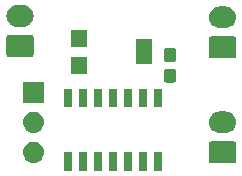
<source format=gbr>
G04 #@! TF.GenerationSoftware,KiCad,Pcbnew,(5.1.0)-1*
G04 #@! TF.CreationDate,2019-06-17T22:32:11+07:00*
G04 #@! TF.ProjectId,RCswitch2,52437377-6974-4636-9832-2e6b69636164,rev?*
G04 #@! TF.SameCoordinates,Original*
G04 #@! TF.FileFunction,Soldermask,Top*
G04 #@! TF.FilePolarity,Negative*
%FSLAX46Y46*%
G04 Gerber Fmt 4.6, Leading zero omitted, Abs format (unit mm)*
G04 Created by KiCad (PCBNEW (5.1.0)-1) date 2019-06-17 22:32:11*
%MOMM*%
%LPD*%
G04 APERTURE LIST*
%ADD10C,0.100000*%
G04 APERTURE END LIST*
D10*
G36*
X34514000Y-55952000D02*
G01*
X33812000Y-55952000D01*
X33812000Y-54350000D01*
X34514000Y-54350000D01*
X34514000Y-55952000D01*
X34514000Y-55952000D01*
G37*
G36*
X35784000Y-55952000D02*
G01*
X35082000Y-55952000D01*
X35082000Y-54350000D01*
X35784000Y-54350000D01*
X35784000Y-55952000D01*
X35784000Y-55952000D01*
G37*
G36*
X37054000Y-55952000D02*
G01*
X36352000Y-55952000D01*
X36352000Y-54350000D01*
X37054000Y-54350000D01*
X37054000Y-55952000D01*
X37054000Y-55952000D01*
G37*
G36*
X38324000Y-55952000D02*
G01*
X37622000Y-55952000D01*
X37622000Y-54350000D01*
X38324000Y-54350000D01*
X38324000Y-55952000D01*
X38324000Y-55952000D01*
G37*
G36*
X39594000Y-55952000D02*
G01*
X38892000Y-55952000D01*
X38892000Y-54350000D01*
X39594000Y-54350000D01*
X39594000Y-55952000D01*
X39594000Y-55952000D01*
G37*
G36*
X42134000Y-55952000D02*
G01*
X41432000Y-55952000D01*
X41432000Y-54350000D01*
X42134000Y-54350000D01*
X42134000Y-55952000D01*
X42134000Y-55952000D01*
G37*
G36*
X40864000Y-55952000D02*
G01*
X40162000Y-55952000D01*
X40162000Y-54350000D01*
X40864000Y-54350000D01*
X40864000Y-55952000D01*
X40864000Y-55952000D01*
G37*
G36*
X48253561Y-53438966D02*
G01*
X48286383Y-53448923D01*
X48316632Y-53465092D01*
X48343148Y-53486852D01*
X48364908Y-53513368D01*
X48381077Y-53543617D01*
X48391034Y-53576439D01*
X48395000Y-53616713D01*
X48395000Y-55095287D01*
X48391034Y-55135561D01*
X48381077Y-55168383D01*
X48364908Y-55198632D01*
X48343148Y-55225148D01*
X48316632Y-55246908D01*
X48286383Y-55263077D01*
X48253561Y-55273034D01*
X48213287Y-55277000D01*
X46274713Y-55277000D01*
X46234439Y-55273034D01*
X46201617Y-55263077D01*
X46171368Y-55246908D01*
X46144852Y-55225148D01*
X46123092Y-55198632D01*
X46106923Y-55168383D01*
X46096966Y-55135561D01*
X46093000Y-55095287D01*
X46093000Y-53616713D01*
X46096966Y-53576439D01*
X46106923Y-53543617D01*
X46123092Y-53513368D01*
X46144852Y-53486852D01*
X46171368Y-53465092D01*
X46201617Y-53448923D01*
X46234439Y-53438966D01*
X46274713Y-53435000D01*
X48213287Y-53435000D01*
X48253561Y-53438966D01*
X48253561Y-53438966D01*
G37*
G36*
X31352442Y-53461518D02*
G01*
X31418627Y-53468037D01*
X31588466Y-53519557D01*
X31744991Y-53603222D01*
X31780729Y-53632552D01*
X31882186Y-53715814D01*
X31965448Y-53817271D01*
X31994778Y-53853009D01*
X32078443Y-54009534D01*
X32129963Y-54179373D01*
X32147359Y-54356000D01*
X32129963Y-54532627D01*
X32078443Y-54702466D01*
X31994778Y-54858991D01*
X31965448Y-54894729D01*
X31882186Y-54996186D01*
X31799581Y-55063977D01*
X31744991Y-55108778D01*
X31588466Y-55192443D01*
X31418627Y-55243963D01*
X31352442Y-55250482D01*
X31286260Y-55257000D01*
X31197740Y-55257000D01*
X31131558Y-55250482D01*
X31065373Y-55243963D01*
X30895534Y-55192443D01*
X30739009Y-55108778D01*
X30684419Y-55063977D01*
X30601814Y-54996186D01*
X30518552Y-54894729D01*
X30489222Y-54858991D01*
X30405557Y-54702466D01*
X30354037Y-54532627D01*
X30336641Y-54356000D01*
X30354037Y-54179373D01*
X30405557Y-54009534D01*
X30489222Y-53853009D01*
X30518552Y-53817271D01*
X30601814Y-53715814D01*
X30703271Y-53632552D01*
X30739009Y-53603222D01*
X30895534Y-53519557D01*
X31065373Y-53468037D01*
X31131558Y-53461518D01*
X31197740Y-53455000D01*
X31286260Y-53455000D01*
X31352442Y-53461518D01*
X31352442Y-53461518D01*
G37*
G36*
X47564345Y-50899442D02*
G01*
X47654548Y-50908326D01*
X47828157Y-50960990D01*
X47988156Y-51046511D01*
X48008518Y-51063222D01*
X48128397Y-51161603D01*
X48207729Y-51258271D01*
X48243489Y-51301844D01*
X48329010Y-51461843D01*
X48381674Y-51635452D01*
X48399456Y-51816000D01*
X48381674Y-51996548D01*
X48329010Y-52170157D01*
X48243489Y-52330156D01*
X48207729Y-52373729D01*
X48128397Y-52470397D01*
X48031729Y-52549729D01*
X47988156Y-52585489D01*
X47828157Y-52671010D01*
X47654548Y-52723674D01*
X47564345Y-52732558D01*
X47519245Y-52737000D01*
X46968755Y-52737000D01*
X46923655Y-52732558D01*
X46833452Y-52723674D01*
X46659843Y-52671010D01*
X46499844Y-52585489D01*
X46456271Y-52549729D01*
X46359603Y-52470397D01*
X46280271Y-52373729D01*
X46244511Y-52330156D01*
X46158990Y-52170157D01*
X46106326Y-51996548D01*
X46088544Y-51816000D01*
X46106326Y-51635452D01*
X46158990Y-51461843D01*
X46244511Y-51301844D01*
X46280271Y-51258271D01*
X46359603Y-51161603D01*
X46479482Y-51063222D01*
X46499844Y-51046511D01*
X46659843Y-50960990D01*
X46833452Y-50908326D01*
X46923655Y-50899442D01*
X46968755Y-50895000D01*
X47519245Y-50895000D01*
X47564345Y-50899442D01*
X47564345Y-50899442D01*
G37*
G36*
X31352443Y-50921519D02*
G01*
X31418627Y-50928037D01*
X31588466Y-50979557D01*
X31744991Y-51063222D01*
X31780729Y-51092552D01*
X31882186Y-51175814D01*
X31965448Y-51277271D01*
X31994778Y-51313009D01*
X32078443Y-51469534D01*
X32129963Y-51639373D01*
X32147359Y-51816000D01*
X32129963Y-51992627D01*
X32078443Y-52162466D01*
X31994778Y-52318991D01*
X31985615Y-52330156D01*
X31882186Y-52456186D01*
X31780729Y-52539448D01*
X31744991Y-52568778D01*
X31588466Y-52652443D01*
X31418627Y-52703963D01*
X31352443Y-52710481D01*
X31286260Y-52717000D01*
X31197740Y-52717000D01*
X31131558Y-52710482D01*
X31065373Y-52703963D01*
X30895534Y-52652443D01*
X30739009Y-52568778D01*
X30703271Y-52539448D01*
X30601814Y-52456186D01*
X30498385Y-52330156D01*
X30489222Y-52318991D01*
X30405557Y-52162466D01*
X30354037Y-51992627D01*
X30336641Y-51816000D01*
X30354037Y-51639373D01*
X30405557Y-51469534D01*
X30489222Y-51313009D01*
X30518552Y-51277271D01*
X30601814Y-51175814D01*
X30703271Y-51092552D01*
X30739009Y-51063222D01*
X30895534Y-50979557D01*
X31065373Y-50928037D01*
X31131557Y-50921519D01*
X31197740Y-50915000D01*
X31286260Y-50915000D01*
X31352443Y-50921519D01*
X31352443Y-50921519D01*
G37*
G36*
X38324000Y-50552000D02*
G01*
X37622000Y-50552000D01*
X37622000Y-48950000D01*
X38324000Y-48950000D01*
X38324000Y-50552000D01*
X38324000Y-50552000D01*
G37*
G36*
X42134000Y-50552000D02*
G01*
X41432000Y-50552000D01*
X41432000Y-48950000D01*
X42134000Y-48950000D01*
X42134000Y-50552000D01*
X42134000Y-50552000D01*
G37*
G36*
X35784000Y-50552000D02*
G01*
X35082000Y-50552000D01*
X35082000Y-48950000D01*
X35784000Y-48950000D01*
X35784000Y-50552000D01*
X35784000Y-50552000D01*
G37*
G36*
X37054000Y-50552000D02*
G01*
X36352000Y-50552000D01*
X36352000Y-48950000D01*
X37054000Y-48950000D01*
X37054000Y-50552000D01*
X37054000Y-50552000D01*
G37*
G36*
X39594000Y-50552000D02*
G01*
X38892000Y-50552000D01*
X38892000Y-48950000D01*
X39594000Y-48950000D01*
X39594000Y-50552000D01*
X39594000Y-50552000D01*
G37*
G36*
X40864000Y-50552000D02*
G01*
X40162000Y-50552000D01*
X40162000Y-48950000D01*
X40864000Y-48950000D01*
X40864000Y-50552000D01*
X40864000Y-50552000D01*
G37*
G36*
X34514000Y-50552000D02*
G01*
X33812000Y-50552000D01*
X33812000Y-48950000D01*
X34514000Y-48950000D01*
X34514000Y-50552000D01*
X34514000Y-50552000D01*
G37*
G36*
X32143000Y-50177000D02*
G01*
X30341000Y-50177000D01*
X30341000Y-48375000D01*
X32143000Y-48375000D01*
X32143000Y-50177000D01*
X32143000Y-50177000D01*
G37*
G36*
X43163499Y-47293445D02*
G01*
X43200995Y-47304820D01*
X43235554Y-47323292D01*
X43265847Y-47348153D01*
X43290708Y-47378446D01*
X43309180Y-47413005D01*
X43320555Y-47450501D01*
X43325000Y-47495638D01*
X43325000Y-48234362D01*
X43320555Y-48279499D01*
X43309180Y-48316995D01*
X43290708Y-48351554D01*
X43265847Y-48381847D01*
X43235554Y-48406708D01*
X43200995Y-48425180D01*
X43163499Y-48436555D01*
X43118362Y-48441000D01*
X42479638Y-48441000D01*
X42434501Y-48436555D01*
X42397005Y-48425180D01*
X42362446Y-48406708D01*
X42332153Y-48381847D01*
X42307292Y-48351554D01*
X42288820Y-48316995D01*
X42277445Y-48279499D01*
X42273000Y-48234362D01*
X42273000Y-47495638D01*
X42277445Y-47450501D01*
X42288820Y-47413005D01*
X42307292Y-47378446D01*
X42332153Y-47348153D01*
X42362446Y-47323292D01*
X42397005Y-47304820D01*
X42434501Y-47293445D01*
X42479638Y-47289000D01*
X43118362Y-47289000D01*
X43163499Y-47293445D01*
X43163499Y-47293445D01*
G37*
G36*
X35797000Y-47698000D02*
G01*
X34395000Y-47698000D01*
X34395000Y-46296000D01*
X35797000Y-46296000D01*
X35797000Y-47698000D01*
X35797000Y-47698000D01*
G37*
G36*
X41297000Y-46898000D02*
G01*
X39895000Y-46898000D01*
X39895000Y-44796000D01*
X41297000Y-44796000D01*
X41297000Y-46898000D01*
X41297000Y-46898000D01*
G37*
G36*
X43163499Y-45543445D02*
G01*
X43200995Y-45554820D01*
X43235554Y-45573292D01*
X43265847Y-45598153D01*
X43290708Y-45628446D01*
X43309180Y-45663005D01*
X43320555Y-45700501D01*
X43325000Y-45745638D01*
X43325000Y-46484362D01*
X43320555Y-46529499D01*
X43309180Y-46566995D01*
X43290708Y-46601554D01*
X43265847Y-46631847D01*
X43235554Y-46656708D01*
X43200995Y-46675180D01*
X43163499Y-46686555D01*
X43118362Y-46691000D01*
X42479638Y-46691000D01*
X42434501Y-46686555D01*
X42397005Y-46675180D01*
X42362446Y-46656708D01*
X42332153Y-46631847D01*
X42307292Y-46601554D01*
X42288820Y-46566995D01*
X42277445Y-46529499D01*
X42273000Y-46484362D01*
X42273000Y-45745638D01*
X42277445Y-45700501D01*
X42288820Y-45663005D01*
X42307292Y-45628446D01*
X42332153Y-45598153D01*
X42362446Y-45573292D01*
X42397005Y-45554820D01*
X42434501Y-45543445D01*
X42479638Y-45539000D01*
X43118362Y-45539000D01*
X43163499Y-45543445D01*
X43163499Y-45543445D01*
G37*
G36*
X48253561Y-44548966D02*
G01*
X48286383Y-44558923D01*
X48316632Y-44575092D01*
X48343148Y-44596852D01*
X48364908Y-44623368D01*
X48381077Y-44653617D01*
X48391034Y-44686439D01*
X48395000Y-44726713D01*
X48395000Y-46205287D01*
X48391034Y-46245561D01*
X48381077Y-46278383D01*
X48364908Y-46308632D01*
X48343148Y-46335148D01*
X48316632Y-46356908D01*
X48286383Y-46373077D01*
X48253561Y-46383034D01*
X48213287Y-46387000D01*
X46274713Y-46387000D01*
X46234439Y-46383034D01*
X46201617Y-46373077D01*
X46171368Y-46356908D01*
X46144852Y-46335148D01*
X46123092Y-46308632D01*
X46106923Y-46278383D01*
X46096966Y-46245561D01*
X46093000Y-46205287D01*
X46093000Y-44726713D01*
X46096966Y-44686439D01*
X46106923Y-44653617D01*
X46123092Y-44623368D01*
X46144852Y-44596852D01*
X46171368Y-44575092D01*
X46201617Y-44558923D01*
X46234439Y-44548966D01*
X46274713Y-44545000D01*
X48213287Y-44545000D01*
X48253561Y-44548966D01*
X48253561Y-44548966D01*
G37*
G36*
X31108561Y-44421966D02*
G01*
X31141383Y-44431923D01*
X31171632Y-44448092D01*
X31198148Y-44469852D01*
X31219908Y-44496368D01*
X31236077Y-44526617D01*
X31246034Y-44559439D01*
X31250000Y-44599713D01*
X31250000Y-46078287D01*
X31246034Y-46118561D01*
X31236077Y-46151383D01*
X31219908Y-46181632D01*
X31198148Y-46208148D01*
X31171632Y-46229908D01*
X31141383Y-46246077D01*
X31108561Y-46256034D01*
X31068287Y-46260000D01*
X29129713Y-46260000D01*
X29089439Y-46256034D01*
X29056617Y-46246077D01*
X29026368Y-46229908D01*
X28999852Y-46208148D01*
X28978092Y-46181632D01*
X28961923Y-46151383D01*
X28951966Y-46118561D01*
X28948000Y-46078287D01*
X28948000Y-44599713D01*
X28951966Y-44559439D01*
X28961923Y-44526617D01*
X28978092Y-44496368D01*
X28999852Y-44469852D01*
X29026368Y-44448092D01*
X29056617Y-44431923D01*
X29089439Y-44421966D01*
X29129713Y-44418000D01*
X31068287Y-44418000D01*
X31108561Y-44421966D01*
X31108561Y-44421966D01*
G37*
G36*
X35797000Y-45398000D02*
G01*
X34395000Y-45398000D01*
X34395000Y-43996000D01*
X35797000Y-43996000D01*
X35797000Y-45398000D01*
X35797000Y-45398000D01*
G37*
G36*
X47564345Y-42009442D02*
G01*
X47654548Y-42018326D01*
X47828157Y-42070990D01*
X47988156Y-42156511D01*
X48031729Y-42192271D01*
X48128397Y-42271603D01*
X48207729Y-42368271D01*
X48243489Y-42411844D01*
X48329010Y-42571843D01*
X48381674Y-42745452D01*
X48399456Y-42926000D01*
X48381674Y-43106548D01*
X48329010Y-43280157D01*
X48243489Y-43440156D01*
X48232623Y-43453396D01*
X48128397Y-43580397D01*
X48038699Y-43654009D01*
X47988156Y-43695489D01*
X47828157Y-43781010D01*
X47654548Y-43833674D01*
X47564345Y-43842558D01*
X47519245Y-43847000D01*
X46968755Y-43847000D01*
X46923655Y-43842558D01*
X46833452Y-43833674D01*
X46659843Y-43781010D01*
X46499844Y-43695489D01*
X46449301Y-43654009D01*
X46359603Y-43580397D01*
X46255377Y-43453396D01*
X46244511Y-43440156D01*
X46158990Y-43280157D01*
X46106326Y-43106548D01*
X46088544Y-42926000D01*
X46106326Y-42745452D01*
X46158990Y-42571843D01*
X46244511Y-42411844D01*
X46280271Y-42368271D01*
X46359603Y-42271603D01*
X46456271Y-42192271D01*
X46499844Y-42156511D01*
X46659843Y-42070990D01*
X46833452Y-42018326D01*
X46923655Y-42009442D01*
X46968755Y-42005000D01*
X47519245Y-42005000D01*
X47564345Y-42009442D01*
X47564345Y-42009442D01*
G37*
G36*
X30419345Y-41882442D02*
G01*
X30509548Y-41891326D01*
X30683157Y-41943990D01*
X30843156Y-42029511D01*
X30886729Y-42065271D01*
X30983397Y-42144603D01*
X31062729Y-42241271D01*
X31098489Y-42284844D01*
X31184010Y-42444843D01*
X31236674Y-42618452D01*
X31254456Y-42799000D01*
X31236674Y-42979548D01*
X31184010Y-43153157D01*
X31098489Y-43313156D01*
X31062729Y-43356729D01*
X30983397Y-43453397D01*
X30886729Y-43532729D01*
X30843156Y-43568489D01*
X30683157Y-43654010D01*
X30509548Y-43706674D01*
X30419345Y-43715558D01*
X30374245Y-43720000D01*
X29823755Y-43720000D01*
X29778655Y-43715558D01*
X29688452Y-43706674D01*
X29514843Y-43654010D01*
X29354844Y-43568489D01*
X29311271Y-43532729D01*
X29214603Y-43453397D01*
X29135271Y-43356729D01*
X29099511Y-43313156D01*
X29013990Y-43153157D01*
X28961326Y-42979548D01*
X28943544Y-42799000D01*
X28961326Y-42618452D01*
X29013990Y-42444843D01*
X29099511Y-42284844D01*
X29135271Y-42241271D01*
X29214603Y-42144603D01*
X29311271Y-42065271D01*
X29354844Y-42029511D01*
X29514843Y-41943990D01*
X29688452Y-41891326D01*
X29778655Y-41882442D01*
X29823755Y-41878000D01*
X30374245Y-41878000D01*
X30419345Y-41882442D01*
X30419345Y-41882442D01*
G37*
M02*

</source>
